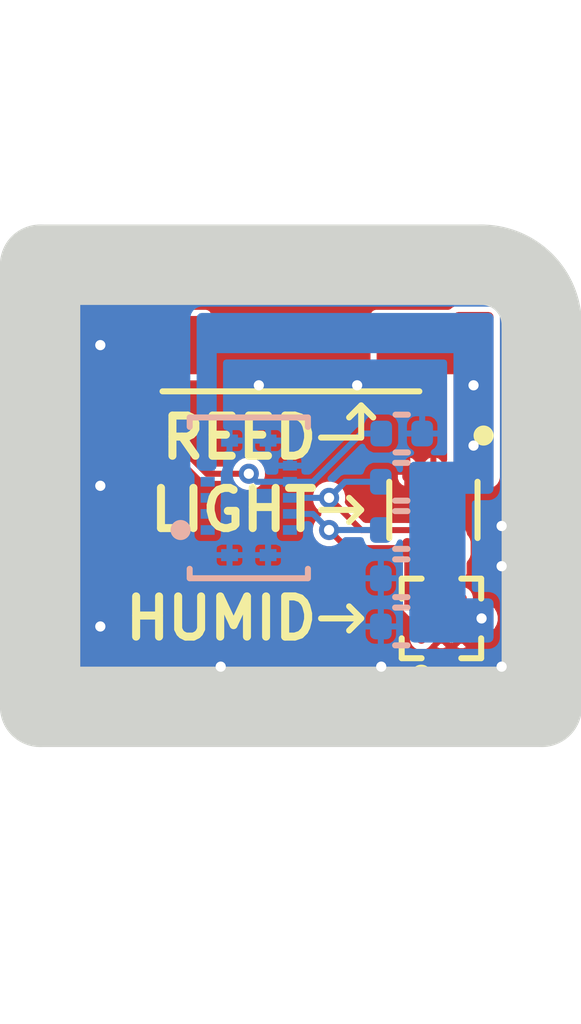
<source format=kicad_pcb>
(kicad_pcb (version 20241229) (generator "pcbnew") (generator_version "9.0")
  (layers (0 "F.Cu" signal) (2 "B.Cu" signal) (13 "F.Paste" user) (15 "B.Paste" user) (5 "F.SilkS" user "F.Silkscreen") (7 "B.SilkS" user "B.Silkscreen") (1 "F.Mask" user) (3 "B.Mask" user) (25 "Edge.Cuts" user))
  (net 0 "")
  (net 1 "GND")
  (net 2 "+3V3")
  (net 3 "/SDA")
  (net 4 "/SCL")
  (net 6 "/REED")
  (footprint "generic:TI_6DSBGA_YPA" (layer "F.Cu") (at 110 58.8 90)
    (property "Reference" "U2" (hide yes))
    (property "Value" "HDC2010YPAR")
    (fp_line (start 0.99 -0.99) (end 0.99 -0.495) (stroke (width 0.15)) (layer "F.SilkS"))
    (fp_line (start 0.495 -0.99) (end 0.99 -0.99) (stroke (width 0.15)) (layer "F.SilkS"))
    (fp_line (start -0.99 -0.99) (end -0.495 -0.99) (stroke (width 0.15)) (layer "F.SilkS"))
    (fp_line (start -0.99 -0.495) (end -0.99 -0.99) (stroke (width 0.15)) (layer "F.SilkS"))
    (fp_line (start 0.99 0.495) (end 0.99 0.99) (stroke (width 0.15)) (layer "F.SilkS"))
    (fp_line (start 0.99 0.99) (end 0.495 0.99) (stroke (width 0.15)) (layer "F.SilkS"))
    (fp_line (start -0.495 0.99) (end -0.99 0.99) (stroke (width 0.15)) (layer "F.SilkS"))
    (fp_line (start -0.99 0.99) (end -0.99 0.495) (stroke (width 0.15)) (layer "F.SilkS"))
    (fp_circle (center -1.4 -0.5) (end -1.2 -0.5) (stroke (width 0.1)) (fill yes) (layer "F.SilkS"))
    (pad "A1" smd circle (at -0.5 -0.5 90) (size 0.26 0.26) (layers "F.Cu" "F.Mask" "F.Paste") (net 2 "+3V3"))
    (pad "A2" smd circle (at 0.5 -0.5 90) (size 0.26 0.26) (layers "F.Cu" "F.Mask" "F.Paste") (net 3 "/SDA"))
    (pad "B1" smd circle (at -0.5 0 90) (size 0.26 0.26) (layers "F.Cu" "F.Mask" "F.Paste") (net 1 "GND"))
    (pad "B2" smd circle (at 0.5 0 90) (size 0.26 0.26) (layers "F.Cu" "F.Mask" "F.Paste") (net 4 "/SCL"))
    (pad "C1" smd circle (at -0.5 0.5 90) (size 0.26 0.26) (layers "F.Cu" "F.Mask" "F.Paste") (net 1 "GND"))
    (pad "C2" smd circle (at 0.5 0.5 90) (size 0.26 0.26) (layers "F.Cu" "F.Mask" "F.Paste"))
  )
  (footprint "generic:TI_6USON_DNP" (layer "F.Cu") (at 109.8 56.1 -90)
    (property "Reference" "U1" (hide yes))
    (property "Value" "OPT3002DNPR")
    (fp_line (start -0.7 1.1) (end 0.7 1.1) (stroke (width 0.15)) (layer "F.SilkS"))
    (fp_line (start 0.7 -1.1) (end -0.7 -1.1) (stroke (width 0.15)) (layer "F.SilkS"))
    (fp_circle (center -1.85 -1.25) (end -1.65 -1.25) (stroke (width 0.1)) (fill yes) (layer "F.SilkS"))
    (pad "1" smd oval (at -0.95 -0.65 270) (size 0.5 0.25) (layers "F.Cu" "F.Paste") (net 2 "+3V3"))
    (pad "2" smd oval (at -0.95 0 270) (size 0.5 0.25) (layers "F.Cu" "F.Paste") (net 1 "GND"))
    (pad "3" smd oval (at -0.95 0.65 270) (size 0.5 0.25) (layers "F.Cu" "F.Paste") (net 1 "GND"))
    (pad "4" smd oval (at 0.95 0.65 270) (size 0.5 0.25) (layers "F.Cu" "F.Paste") (net 4 "/SCL"))
    (pad "5" smd oval (at 0.95 0 270) (size 0.5 0.25) (layers "F.Cu" "F.Paste"))
    (pad "6" smd oval (at 0.95 -0.65 270) (size 0.5 0.25) (layers "F.Cu" "F.Paste") (net 3 "/SDA"))
    (pad "7" smd rect (at 0 0 270) (size 0.65 1.35) (layers "F.Cu") (net 1 "GND"))
  )
  (footprint "part_specific:COMUS_RI80SMDM0510J1" (layer "F.Cu") (at 106.25 52 180)
    (property "Reference" "SW1" (hide yes))
    (property "Value" "ReedSW_NO" (hide yes))
    (fp_line (start -3.2 1.15) (end 3.2 1.15) (stroke (width 0.15)) (layer "F.SilkS"))
    (fp_line (start -3.2 -1.15) (end 3.2 -1.15) (stroke (width 0.15)) (layer "F.SilkS"))
    (pad "1" smd rect (at -3.165 0 270) (size 1.45 2.06) (layers "F.Cu" "F.Mask" "F.Paste") (net 2 "+3V3"))
    (pad "2" smd rect (at 3.165 0 270) (size 1.45 2.06) (layers "F.Cu" "F.Mask" "F.Paste") (net 6 "/REED"))
  )
  (footprint "passive:R_0402_1005Metric" (layer "B.Cu") (at 109 56.6 180)
    (property "Reference" "R1" (hide yes))
    (property "Value" "10k")
    (fp_line (start -0.153641 0.47) (end 0.153641 0.47) (stroke (width 0.15)) (layer "B.SilkS"))
    (fp_line (start -0.153641 -0.47) (end 0.153641 -0.47) (stroke (width 0.15)) (layer "B.SilkS"))
    (pad "1" smd roundrect (at -0.51 0 180) (size 0.54 0.64) (layers "B.Cu" "B.Mask" "B.Paste") (net 2 "+3V3"))
    (pad "2" smd roundrect (at 0.51 0 180) (size 0.54 0.64) (layers "B.Cu" "B.Mask" "B.Paste") (net 4 "/SCL"))
  )
  (footprint "passive:R_0402_1005Metric" (layer "B.Cu") (at 109 55.4 180)
    (property "Reference" "R2" (hide yes))
    (property "Value" "10k")
    (fp_line (start -0.153641 0.47) (end 0.153641 0.47) (stroke (width 0.15)) (layer "B.SilkS"))
    (fp_line (start -0.153641 -0.47) (end 0.153641 -0.47) (stroke (width 0.15)) (layer "B.SilkS"))
    (pad "1" smd roundrect (at -0.51 0 180) (size 0.54 0.64) (layers "B.Cu" "B.Mask" "B.Paste") (net 2 "+3V3"))
    (pad "2" smd roundrect (at 0.51 0 180) (size 0.54 0.64) (layers "B.Cu" "B.Mask" "B.Paste") (net 3 "/SDA"))
  )
  (footprint "passive:C_0402_1005Metric" (layer "B.Cu") (at 109 59 180)
    (property "Reference" "C1" (hide yes))
    (property "Value" "1u")
    (fp_line (start -0.153641 0.47) (end 0.153641 0.47) (stroke (width 0.15)) (layer "B.SilkS"))
    (fp_line (start -0.153641 -0.47) (end 0.153641 -0.47) (stroke (width 0.15)) (layer "B.SilkS"))
    (pad "1" smd roundrect (at -0.51 0 180) (size 0.54 0.64) (layers "B.Cu" "B.Mask" "B.Paste") (net 2 "+3V3"))
    (pad "2" smd roundrect (at 0.51 0 180) (size 0.54 0.64) (layers "B.Cu" "B.Mask" "B.Paste") (net 1 "GND"))
  )
  (footprint "passive:C_0402_1005Metric" (layer "B.Cu") (at 109 57.8 180)
    (property "Reference" "C2" (hide yes))
    (property "Value" "1u")
    (fp_line (start -0.153641 0.47) (end 0.153641 0.47) (stroke (width 0.15)) (layer "B.SilkS"))
    (fp_line (start -0.153641 -0.47) (end 0.153641 -0.47) (stroke (width 0.15)) (layer "B.SilkS"))
    (pad "1" smd roundrect (at -0.51 0 180) (size 0.54 0.64) (layers "B.Cu" "B.Mask" "B.Paste") (net 2 "+3V3"))
    (pad "2" smd roundrect (at 0.51 0 180) (size 0.54 0.64) (layers "B.Cu" "B.Mask" "B.Paste") (net 1 "GND"))
  )
  (footprint "passive:R_0402_1005Metric" (layer "B.Cu") (at 109.01 54.2)
    (property "Reference" "R3" (hide yes))
    (property "Value" "10k")
    (fp_line (start -0.153641 -0.47) (end 0.153641 -0.47) (stroke (width 0.15)) (layer "B.SilkS"))
    (fp_line (start -0.153641 0.47) (end 0.153641 0.47) (stroke (width 0.15)) (layer "B.SilkS"))
    (pad "1" smd roundrect (at -0.51 0) (size 0.54 0.64) (layers "B.Cu" "B.Mask" "B.Paste") (net 6 "/REED"))
    (pad "2" smd roundrect (at 0.51 0) (size 0.54 0.64) (layers "B.Cu" "B.Mask" "B.Paste") (net 1 "GND"))
  )
  (footprint "connectors:MOLEX_SlimStack_505551-1020" (layer "B.Cu") (at 105.2 55.8 90)
    (property "Reference" "J1" (hide yes))
    (property "Value" "MOLEX_SlimStack_505551-1020")
    (fp_line (start 2 -1.4732) (end 2 1.4732) (stroke (width 0.15)) (layer "B.SilkS"))
    (fp_line (start 1.766196 -1.4732) (end 2 -1.4732) (stroke (width 0.15)) (layer "B.SilkS"))
    (fp_line (start -2 -1.4732) (end -1.766196 -1.4732) (stroke (width 0.15)) (layer "B.SilkS"))
    (fp_line (start 2 1.4732) (end 1.766161 1.4732) (stroke (width 0.15)) (layer "B.SilkS"))
    (fp_line (start -1.766161 1.4732) (end -2 1.4732) (stroke (width 0.15)) (layer "B.SilkS"))
    (fp_line (start -2 1.4732) (end -2 -1.4732) (stroke (width 0.15)) (layer "B.SilkS"))
    (fp_circle (center -0.8 -1.7) (end -0.6 -1.7) (stroke (width 0.1)) (fill yes) (layer "B.SilkS"))
    (pad "1" smd rect (at -0.800001 -1.024999 90) (size 0.24 0.35) (layers "B.Cu" "B.Mask" "B.Paste"))
    (pad "2" smd rect (at -0.800001 1.024999 90) (size 0.24 0.35) (layers "B.Cu" "B.Mask" "B.Paste"))
    (pad "3" smd rect (at -0.399999 -1.024999 90) (size 0.24 0.35) (layers "B.Cu" "B.Mask" "B.Paste"))
    (pad "4" smd rect (at -0.399999 1.024999 90) (size 0.24 0.35) (layers "B.Cu" "B.Mask" "B.Paste") (net 4 "/SCL"))
    (pad "5" smd rect (at 0 -1.024999 90) (size 0.24 0.35) (layers "B.Cu" "B.Mask" "B.Paste"))
    (pad "6" smd rect (at 0 1.024999 90) (size 0.24 0.35) (layers "B.Cu" "B.Mask" "B.Paste") (net 3 "/SDA"))
    (pad "7" smd rect (at 0.399999 -1.024999 90) (size 0.24 0.35) (layers "B.Cu" "B.Mask" "B.Paste"))
    (pad "8" smd rect (at 0.399999 1.024999 90) (size 0.24 0.35) (layers "B.Cu" "B.Mask" "B.Paste") (net 6 "/REED"))
    (pad "9" smd rect (at 0.800001 -1.024999 90) (size 0.24 0.35) (layers "B.Cu" "B.Mask" "B.Paste") (net 2 "+3V3"))
    (pad "10" smd rect (at 0.800001 1.024999 90) (size 0.24 0.35) (layers "B.Cu" "B.Mask" "B.Paste") (net 1 "GND"))
    (pad "MP" smd rect (at -1.424998 -0.479999 90) (size 0.3 0.42) (layers "B.Cu" "B.Mask" "B.Paste") (net 1 "GND"))
    (pad "MP" smd rect (at -1.424998 0.479999 90) (size 0.3 0.42) (layers "B.Cu" "B.Mask" "B.Paste") (net 1 "GND"))
    (pad "MP" smd rect (at 1.424998 -0.479999 90) (size 0.3 0.42) (layers "B.Cu" "B.Mask" "B.Paste") (net 1 "GND"))
    (pad "MP" smd rect (at 1.424998 0.479999 90) (size 0.3 0.42) (layers "B.Cu" "B.Mask" "B.Paste") (net 1 "GND"))
  )
  (gr_line (start 108 53.5) (end 107.7 53.8) (stroke (width 0.15)) (layer "F.SilkS"))
  (gr_line (start 107 58.8) (end 108 58.8) (stroke (width 0.15)) (layer "F.SilkS"))
  (gr_line (start 107 54.3) (end 108 54.3) (stroke (width 0.15)) (layer "F.SilkS"))
  (gr_line (start 108 56.1) (end 107.7 56.4) (stroke (width 0.15)) (layer "F.SilkS"))
  (gr_line (start 107 56.1) (end 108 56.1) (stroke (width 0.15)) (layer "F.SilkS"))
  (gr_line (start 108 58.8) (end 107.7 59.1) (stroke (width 0.15)) (layer "F.SilkS"))
  (gr_line (start 108 54.3) (end 108 53.5) (stroke (width 0.15)) (layer "F.SilkS"))
  (gr_line (start 108 58.8) (end 107.7 58.5) (stroke (width 0.15)) (layer "F.SilkS"))
  (gr_line (start 108 53.5) (end 108.3 53.8) (stroke (width 0.15)) (layer "F.SilkS"))
  (gr_line (start 108 56.1) (end 107.7 55.8) (stroke (width 0.15)) (layer "F.SilkS"))
  (gr_line (start 112.5 61) (end 112.5 51.5) (stroke (width 2)) (layer "Edge.Cuts"))
  (gr_arc (start 111 50) (mid 112.06066 50.43934) (end 112.5 51.5) (stroke (width 2)) (layer "Edge.Cuts"))
  (gr_line (start 100 61) (end 112.5 61) (stroke (width 2)) (layer "Edge.Cuts"))
  (gr_line (start 111 50) (end 100 50) (stroke (width 2)) (layer "Edge.Cuts"))
  (gr_line (start 100 61) (end 100 50) (stroke (width 2)) (layer "Edge.Cuts"))
  (gr_text "LIGHT" (at 107 56.1 0) (layer "F.SilkS") (effects (font (size 1 1) (thickness 0.2) (bold yes)) (justify right)))
  (gr_text "HUMID" (at 107 58.8 0) (layer "F.SilkS") (effects (font (size 1 1) (thickness 0.2) (bold yes)) (justify right)))
  (gr_text "REED" (at 107 54.3 0) (layer "F.SilkS") (effects (font (size 1 1) (thickness 0.2) (bold yes)) (justify right)))
  (via (at 101.5 59) (size 0.5) (drill 0.254) (layers "F.Cu" "B.Cu") (net 1))
  (via (at 104.5 60) (size 0.5) (drill 0.254) (layers "F.Cu" "B.Cu") (net 1))
  (via (at 105.45 53) (size 0.5) (drill 0.254) (layers "F.Cu" "B.Cu") (net 1))
  (via (at 111.5 60) (size 0.5) (drill 0.254) (layers "F.Cu" "B.Cu") (net 1))
  (via (at 101.5 52) (size 0.5) (drill 0.254) (layers "F.Cu" "B.Cu") (net 1))
  (via (at 107.9 53) (size 0.5) (drill 0.254) (layers "F.Cu" "B.Cu") (net 1))
  (via (at 111.5 57.5) (size 0.5) (drill 0.254) (layers "F.Cu" "B.Cu") (net 1))
  (via (at 101.5 55.5) (size 0.5) (drill 0.254) (layers "F.Cu" "B.Cu") (net 1))
  (via (at 111.5 56.5) (size 0.5) (drill 0.254) (layers "F.Cu" "B.Cu") (net 1))
  (via (at 108.5 60) (size 0.5) (drill 0.254) (layers "F.Cu" "B.Cu") (net 1))
  (segment (start 110 58.8) (end 111 58.8) (width 0.15) (layer "F.Cu") (net 2))
  (segment (start 109.5 59.3) (end 110 58.8) (width 0.15) (layer "F.Cu") (net 2))
  (via (at 110.8 54.5) (size 0.5) (drill 0.254) (layers "F.Cu" "B.Cu") (net 2))
  (via (at 111 58.8) (size 0.5) (drill 0.254) (layers "F.Cu" "B.Cu") (net 2))
  (via (at 110.8 53) (size 0.5) (drill 0.254) (layers "F.Cu" "B.Cu") (net 2))
  (segment (start 109.5 58.3) (end 109.5 57.9) (width 0.15) (layer "F.Cu") (net 3))
  (segment (start 110.45 56.7) (end 110.45 57.05) (width 0.15) (layer "F.Cu") (net 3))
  (segment (start 110.35 57.75) (end 110.45 57.65) (width 0.15) (layer "F.Cu") (net 3))
  (segment (start 107.2 55.8) (end 108.0026 56.6026) (width 0.15) (layer "F.Cu") (net 3))
  (segment (start 109.65 57.75) (end 110.35 57.75) (width 0.15) (layer "F.Cu") (net 3))
  (segment (start 109.5 57.9) (end 109.65 57.75) (width 0.15) (layer "F.Cu") (net 3))
  (segment (start 108.0026 56.6026) (end 110.3526 56.6026) (width 0.15) (layer "F.Cu") (net 3))
  (segment (start 110.3526 56.6026) (end 110.45 56.7) (width 0.15) (layer "F.Cu") (net 3))
  (segment (start 110.45 57.65) (end 110.45 57.05) (width 0.15) (layer "F.Cu") (net 3))
  (via (at 107.2 55.8) (size 0.5) (drill 0.254) (layers "F.Cu" "B.Cu") (net 3))
  (segment (start 107.2 55.8) (end 107.6 55.4) (width 0.15) (layer "B.Cu") (net 3))
  (segment (start 107.2 55.8) (end 106.224999 55.8) (width 0.15) (layer "B.Cu") (net 3))
  (segment (start 107.6 55.4) (end 108.49 55.4) (width 0.15) (layer "B.Cu") (net 3))
  (segment (start 107.65 57.05) (end 107.2 56.6) (width 0.15) (layer "F.Cu") (net 4))
  (segment (start 109.35 58.65) (end 109.65 58.65) (width 0.15) (layer "F.Cu") (net 4))
  (segment (start 109.15 57.05) (end 107.65 57.05) (width 0.15) (layer "F.Cu") (net 4))
  (segment (start 109.65 58.65) (end 110 58.3) (width 0.15) (layer "F.Cu") (net 4))
  (segment (start 109.15 57.05) (end 109.15 58.45) (width 0.15) (layer "F.Cu") (net 4))
  (segment (start 109.15 58.45) (end 109.35 58.65) (width 0.15) (layer "F.Cu") (net 4))
  (via (at 107.2 56.6) (size 0.5) (drill 0.254) (layers "F.Cu" "B.Cu") (net 4))
  (segment (start 106.799999 56.199999) (end 107.2 56.6) (width 0.15) (layer "B.Cu") (net 4))
  (segment (start 106.224999 56.199999) (end 106.799999 56.199999) (width 0.15) (layer "B.Cu") (net 4))
  (segment (start 107.2 56.6) (end 108.49 56.6) (width 0.15) (layer "B.Cu") (net 4))
  (segment (start 104.153704 55.2) (end 103.085 54.131296) (width 0.15) (layer "F.Cu") (net 6))
  (segment (start 105.2 55.2) (end 104.153704 55.2) (width 0.15) (layer "F.Cu") (net 6))
  (segment (start 103.085 54.131296) (end 103.085 52) (width 0.15) (layer "F.Cu") (net 6))
  (via (at 105.2 55.2) (size 0.5) (drill 0.254) (layers "F.Cu" "B.Cu") (net 6))
  (segment (start 107.2 55) (end 108 54.2) (width 0.15) (layer "B.Cu") (net 6))
  (segment (start 106.799999 55.400001) (end 107.2 55) (width 0.15) (layer "B.Cu") (net 6))
  (segment (start 105.400001 55.400001) (end 106.224999 55.400001) (width 0.15) (layer "B.Cu") (net 6))
  (segment (start 105.2 55.2) (end 105.400001 55.400001) (width 0.15) (layer "B.Cu") (net 6))
  (segment (start 106.224999 55.400001) (end 106.799999 55.400001) (width 0.15) (layer "B.Cu") (net 6))
  (segment (start 108 54.2) (end 108.5 54.2) (width 0.15) (layer "B.Cu") (net 6))
  (zone (net 2) (net_name "+3V3") (layer "F.Cu") (name "MyZone") (priority 3) (connect_pads yes (clearance 0.15)) (min_thickness 0.25) (fill yes (thermal_gap 0.5) (thermal_bridge_width 0.5))
    (polygon (pts (xy 110.3 55.4) (xy 110.3 51.174979) (xy 111.3 51.174979) (xy 111.3 55.4)))
  )
  (zone (net 1) (net_name "GND") (layers "F.Cu" "B.Cu") (connect_pads (clearance 0.15)) (min_thickness 0.15) (fill yes (thermal_gap 0.11) (thermal_bridge_width 0.15))
    (polygon (pts (xy 100 50) (xy 112.5 50) (xy 112.5 61) (xy 100 61)))
  )
  (zone (net 2) (net_name "+3V3") (layer "B.Cu") (name "MyZone") (priority 2) (connect_pads yes (clearance 0.15)) (min_thickness 0.25) (fill yes (thermal_gap 0.5) (thermal_bridge_width 0.5))
    (polygon (pts (xy 104.4 55.2) (xy 103.9 55.2) (xy 103.9 51.2) (xy 111.3 51.2) (xy 111.3 55.7) (xy 110.6 55.7) (xy 110.6 58.3) (xy 111.3 58.3) (xy 111.3 59.4) (xy 109.2 59.4) (xy 109.2 54.9) (xy 110.3 54.9) (xy 110.3 52.2) (xy 104.4 52.2)))
  )
)
</source>
